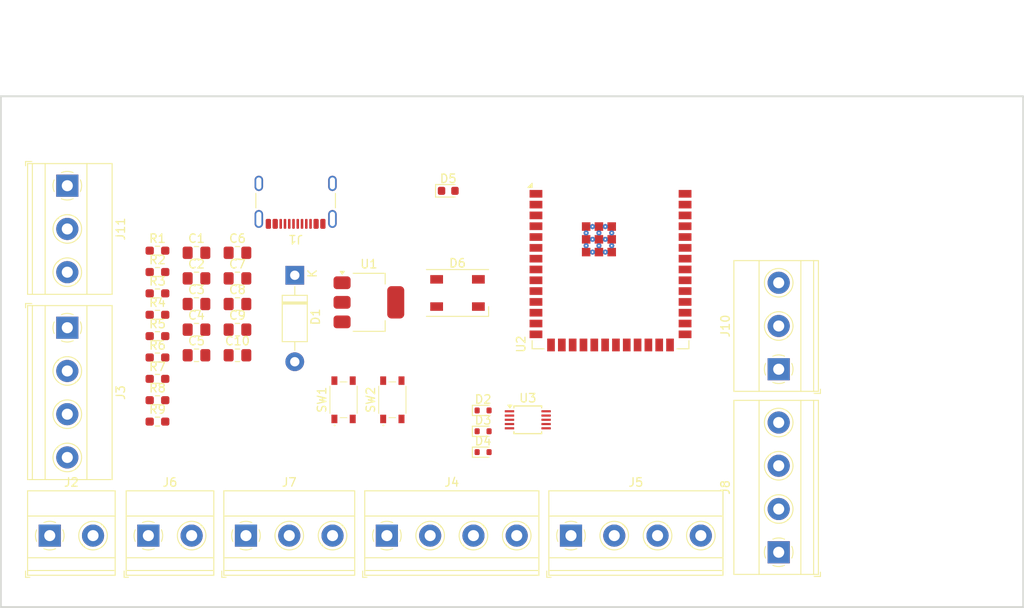
<source format=kicad_pcb>
(kicad_pcb (version 20240108) (generator "pcbnew") (generator_version "8.0")
  (layers (0 "F.Cu" signal) (31 "B.Cu" signal) (34 "B.Paste" user) (35 "F.Paste" user) (36 "B.SilkS" user "B.Silkscreen") (37 "F.SilkS" user "F.Silkscreen") (38 "B.Mask" user) (39 "F.Mask" user) (44 "Edge.Cuts" user))
  (net 0 "")
  (net 1 "VCC_5V")
  (net 2 "VCC_3V3")
  (net 3 "GPIO0")
  (net 4 "CHIP_PU")
  (net 5 "Net-(D1-A)")
  (net 6 "D-")
  (net 7 "D+")
  (net 8 "Net-(D5-A)")
  (net 10 "RGB")
  (net 11 "Net-(J1-CC2)")
  (net 12 "Net-(J1-CC1)")
  (net 16 "RAIN")
  (net 25 "GPIO10")
  (net 27 "GPIO9")
  (net 29 "GPIO8")
  (net 30 "SDA")
  (net 32 "GPIO7")
  (net 33 "Net-(J4-Pin_4)")
  (net 38 "SCL")
  (net 41 "SPEED")
  (net 44 "A2")
  (net 46 "A3")
  (net 47 "A1")
  (net 48 "A0")
  (net 53 "GND")
  (footprint "Capacitor_SMD:C_0805_2012Metric_Pad1.18x1.45mm_HandSolder" (layer "F.Cu") (at 128.4725 70.78)
    (property "Reference" "C6" (at 0 -1.68 0) (layer "F.SilkS"))
    (property "Value" "0u1F")
    (pad "1" smd roundrect (at -1.0375 0) (size 1.175 1.45) (layers "F.Cu" "F.Paste" "F.Mask") (roundrect_rratio 0.212766) (net 3 "GPIO0"))
    (pad "2" smd roundrect (at 1.0375 0) (size 1.175 1.45) (layers "F.Cu" "F.Paste" "F.Mask") (roundrect_rratio 0.212766) (net 53 "GND"))
  )
  (footprint "TerminalBlock_Phoenix:TerminalBlock_Phoenix_MKDS-1,5-4-5.08_1x04_P5.08mm_Horizontal" (layer "F.Cu") (at 192 105.96 90)
    (property "Reference" "J8" (at 7.62 -6.26 270) (layer "F.SilkS"))
    (property "Value" "I2C")
    (pad "1" thru_hole rect (at 0 0 90) (size 2.6 2.6) (drill 1.3) (layers "*.Cu" "*.Mask") (net 2 "VCC_3V3"))
    (pad "2" thru_hole circle (at 5.08 0 90) (size 2.6 2.6) (drill 1.3) (layers "*.Cu" "*.Mask") (net 53 "GND"))
    (pad "3" thru_hole circle (at 10.16 0 90) (size 2.6 2.6) (drill 1.3) (layers "*.Cu" "*.Mask") (net 30 "SDA"))
    (pad "4" thru_hole circle (at 15.24 0 90) (size 2.6 2.6) (drill 1.3) (layers "*.Cu" "*.Mask") (net 38 "SCL"))
  )
  (footprint "Resistor_SMD:R_0603_1608Metric_Pad0.98x0.95mm_HandSolder" (layer "F.Cu") (at 119.0825 83.08)
    (property "Reference" "R6" (at 0 -1.43 0) (layer "F.SilkS"))
    (property "Value" "10K")
    (pad "1" smd roundrect (at -0.9125 0) (size 0.975 0.95) (layers "F.Cu" "F.Paste" "F.Mask") (net 4 "CHIP_PU"))
    (pad "2" smd roundrect (at 0.9125 0) (size 0.975 0.95) (layers "F.Cu" "F.Paste" "F.Mask") (net 2 "VCC_3V3"))
  )
  (footprint "Resistor_SMD:R_0603_1608Metric_Pad0.98x0.95mm_HandSolder" (layer "F.Cu") (at 119.0825 78.06)
    (property "Reference" "R4" (at 0 -1.43 0) (layer "F.SilkS"))
    (property "Value" "10K")
    (pad "1" smd roundrect (at -0.9125 0) (size 0.975 0.95) (layers "F.Cu" "F.Paste" "F.Mask") (net 3 "GPIO0"))
    (pad "2" smd roundrect (at 0.9125 0) (size 0.975 0.95) (layers "F.Cu" "F.Paste" "F.Mask") (net 2 "VCC_3V3"))
  )
  (footprint "Resistor_SMD:R_0603_1608Metric_Pad0.98x0.95mm_HandSolder" (layer "F.Cu") (at 119.0825 90.61)
    (property "Reference" "R9" (at 0 -1.43 0) (layer "F.SilkS"))
    (property "Value" "470")
    (pad "1" smd roundrect (at -0.9125 0) (size 0.975 0.95) (layers "F.Cu" "F.Paste" "F.Mask") (net 53 "GND"))
    (pad "2" smd roundrect (at 0.9125 0) (size 0.975 0.95) (layers "F.Cu" "F.Paste" "F.Mask") (net 41 "SPEED"))
  )
  (footprint "Capacitor_SMD:C_0805_2012Metric_Pad1.18x1.45mm_HandSolder" (layer "F.Cu") (at 128.4725 82.82)
    (property "Reference" "C10" (at 0 -1.68 0) (layer "F.SilkS"))
    (property "Value" "0u1F")
    (pad "1" smd roundrect (at -1.0375 0) (size 1.175 1.45) (layers "F.Cu" "F.Paste" "F.Mask") (roundrect_rratio 0.212766) (net 53 "GND"))
    (pad "2" smd roundrect (at 1.0375 0) (size 1.175 1.45) (layers "F.Cu" "F.Paste" "F.Mask") (roundrect_rratio 0.212766) (net 2 "VCC_3V3"))
  )
  (footprint "Resistor_SMD:R_0603_1608Metric_Pad0.98x0.95mm_HandSolder" (layer "F.Cu") (at 119.0825 75.55)
    (property "Reference" "R3" (at 0 -1.43 0) (layer "F.SilkS"))
    (property "Value" "75")
    (pad "1" smd roundrect (at -0.9125 0) (size 0.975 0.95) (layers "F.Cu" "F.Paste" "F.Mask") (net 2 "VCC_3V3"))
    (pad "2" smd roundrect (at 0.9125 0) (size 0.975 0.95) (layers "F.Cu" "F.Paste" "F.Mask") (net 8 "Net-(D5-A)"))
  )
  (footprint "Capacitor_SMD:C_0805_2012Metric_Pad1.18x1.45mm_HandSolder" (layer "F.Cu") (at 123.6625 73.79)
    (property "Reference" "C2" (at 0 -1.68 0) (layer "F.SilkS"))
    (property "Value" "10uF")
    (pad "1" smd roundrect (at -1.0375 0) (size 1.175 1.45) (layers "F.Cu" "F.Paste" "F.Mask") (roundrect_rratio 0.212766) (net 1 "VCC_5V"))
    (pad "2" smd roundrect (at 1.0375 0) (size 1.175 1.45) (layers "F.Cu" "F.Paste" "F.Mask") (roundrect_rratio 0.212766) (net 53 "GND"))
  )
  (footprint "Diode_SMD:D_SOD-523" (layer "F.Cu") (at 157.305 94.2)
    (property "Reference" "D4" (at 0 -1.3 0) (layer "F.SilkS"))
    (property "Value" "LESD5D5.0CT1G" (hide yes))
    (pad "1" smd roundrect (at -0.7 0 180) (size 0.6 0.7) (layers "F.Cu" "F.Paste" "F.Mask") (net 53 "GND"))
    (pad "2" smd roundrect (at 0.7 0 180) (size 0.6 0.7) (layers "F.Cu" "F.Paste" "F.Mask") (net 7 "D+"))
  )
  (footprint "TerminalBlock_Phoenix:TerminalBlock_Phoenix_MKDS-1,5-4-5.08_1x04_P5.08mm_Horizontal" (layer "F.Cu") (at 167.62 104.005)
    (property "Reference" "J5" (at 7.62 -6.26 0) (layer "F.SilkS"))
    (property "Value" "BME680")
    (pad "1" thru_hole rect (at 0 0) (size 2.6 2.6) (drill 1.3) (layers "*.Cu" "*.Mask") (net 1 "VCC_5V"))
    (pad "2" thru_hole circle (at 5.08 0) (size 2.6 2.6) (drill 1.3) (layers "*.Cu" "*.Mask") (net 53 "GND"))
    (pad "3" thru_hole circle (at 10.16 0) (size 2.6 2.6) (drill 1.3) (layers "*.Cu" "*.Mask") (net 30 "SDA"))
    (pad "4" thru_hole circle (at 15.24 0) (size 2.6 2.6) (drill 1.3) (layers "*.Cu" "*.Mask") (net 38 "SCL"))
  )
  (footprint "TerminalBlock_Phoenix:TerminalBlock_Phoenix_MKDS-1,5-4-5.08_1x04_P5.08mm_Horizontal" (layer "F.Cu") (at 146.01125 104.005)
    (property "Reference" "J4" (at 7.62 -6.26 0) (layer "F.SilkS"))
    (property "Value" "Wind Speed/DIR")
    (pad "1" thru_hole rect (at 0 0) (size 2.6 2.6) (drill 1.3) (layers "*.Cu" "*.Mask") (net 1 "VCC_5V"))
    (pad "2" thru_hole circle (at 5.08 0) (size 2.6 2.6) (drill 1.3) (layers "*.Cu" "*.Mask") (net 53 "GND"))
    (pad "3" thru_hole circle (at 10.16 0) (size 2.6 2.6) (drill 1.3) (layers "*.Cu" "*.Mask") (net 44 "A2"))
    (pad "4" thru_hole circle (at 15.24 0) (size 2.6 2.6) (drill 1.3) (layers "*.Cu" "*.Mask") (net 33 "Net-(J4-Pin_4)"))
  )
  (footprint "RF_Module:ESP32-S3-WROOM-2" (layer "F.Cu") (at 172.26 69.11)
    (property "Reference" "U2" (at -10.5 13.5 90) (layer "F.SilkS") (effects (justify left)))
    (property "Value" "ESP32-S3-WROOM-2")
    (pad "1" smd rect (at -8.75 -5.26) (size 1.5 0.9) (layers "F.Cu" "F.Paste" "F.Mask") (net 53 "GND"))
    (pad "2" smd rect (at -8.75 -3.99) (size 1.5 0.9) (layers "F.Cu" "F.Paste" "F.Mask") (net 2 "VCC_3V3"))
    (pad "3" smd rect (at -8.75 -2.72) (size 1.5 0.9) (layers "F.Cu" "F.Paste" "F.Mask") (net 4 "CHIP_PU"))
    (pad "4" smd rect (at -8.75 -1.45) (size 1.5 0.9) (layers "F.Cu" "F.Paste" "F.Mask") (net 41 "SPEED"))
    (pad "5" smd rect (at -8.75 -0.18) (size 1.5 0.9) (layers "F.Cu" "F.Paste" "F.Mask") (net 16 "RAIN"))
    (pad "6" smd rect (at -8.75 1.09) (size 1.5 0.9) (layers "F.Cu" "F.Paste" "F.Mask") (net 10 "RGB"))
    (pad "7" smd rect (at -8.75 2.36) (size 1.5 0.9) (layers "F.Cu" "F.Paste" "F.Mask") (net 32 "GPIO7"))
    (pad "8" smd rect (at -8.75 3.63) (size 1.5 0.9) (layers "F.Cu" "F.Paste" "F.Mask"))
    (pad "9" smd rect (at -8.75 4.9) (size 1.5 0.9) (layers "F.Cu" "F.Paste" "F.Mask"))
    (pad "10" smd rect (at -8.75 6.17) (size 1.5 0.9) (layers "F.Cu" "F.Paste" "F.Mask"))
    (pad "11" smd rect (at -8.75 7.44) (size 1.5 0.9) (layers "F.Cu" "F.Paste" "F.Mask"))
    (pad "12" smd rect (at -8.75 8.71) (size 1.5 0.9) (layers "F.Cu" "F.Paste" "F.Mask") (net 29 "GPIO8"))
    (pad "13" smd rect (at -8.75 9.98) (size 1.5 0.9) (layers "F.Cu" "F.Paste" "F.Mask") (net 6 "D-"))
    (pad "14" smd rect (at -8.75 11.25) (size 1.5 0.9) (layers "F.Cu" "F.Paste" "F.Mask") (net 7 "D+"))
    (pad "15" smd rect (at -6.985 12.5 90) (size 1.5 0.9) (layers "F.Cu" "F.Paste" "F.Mask"))
    (pad "16" smd rect (at -5.715 12.5 90) (size 1.5 0.9) (layers "F.Cu" "F.Paste" "F.Mask"))
    (pad "17" smd rect (at -4.445 12.5 90) (size 1.5 0.9) (layers "F.Cu" "F.Paste" "F.Mask") (net 27 "GPIO9"))
    (pad "18" smd rect (at -3.175 12.5 90) (size 1.5 0.9) (layers "F.Cu" "F.Paste" "F.Mask") (net 25 "GPIO10"))
    (pad "19" smd rect (at -1.905 12.5 90) (size 1.5 0.9) (layers "F.Cu" "F.Paste" "F.Mask"))
    (pad "20" smd rect (at -0.635 12.5 90) (size 1.5 0.9) (layers "F.Cu" "F.Paste" "F.Mask"))
    (pad "21" smd rect (at 0.635 12.5 90) (size 1.5 0.9) (layers "F.Cu" "F.Paste" "F.Mask"))
    (pad "22" smd rect (at 1.905 12.5 90) (size 1.5 0.9) (layers "F.Cu" "F.Paste" "F.Mask"))
    (pad "23" smd rect (at 3.175 12.5 90) (size 1.5 0.9) (layers "F.Cu" "F.Paste" "F.Mask") (net 38 "SCL"))
    (pad "24" smd rect (at 4.445 12.5 90) (size 1.5 0.9) (layers "F.Cu" "F.Paste" "F.Mask"))
    (pad "25" smd rect (at 5.715 12.5 90) (size 1.5 0.9) (layers "F.Cu" "F.Paste" "F.Mask"))
    (pad "26" smd rect (at 6.985 12.5 90) (size 1.5 0.9) (layers "F.Cu" "F.Paste" "F.Mask"))
    (pad "27" smd rect (at 8.75 11.25) (size 1.5 0.9) (layers "F.Cu" "F.Paste" "F.Mask") (net 3 "GPIO0"))
    (pad "28" smd rect (at 8.75 9.98) (size 1.5 0.9) (layers "F.Cu" "F.Paste" "F.Mask"))
    (pad "29" smd rect (at 8.75 8.71) (size 1.5 0.9) (layers "F.Cu" "F.Paste" "F.Mask"))
    (pad "30" smd rect (at 8.75 7.44) (size 1.5 0.9) (layers "F.Cu" "F.Paste" "F.Mask"))
    (pad "31" smd rect (at 8.75 6.17) (size 1.5 0.9) (layers "F.Cu" "F.Paste" "F.Mask") (net 30 "SDA"))
    (pad "32" smd rect (at 8.75 4.9) (size 1.5 0.9) (layers "F.Cu" "F.Paste" "F.Mask"))
    (pad "33" smd rect (at 8.75 3.63) (size 1.5 0.9) (layers "F.Cu" "F.Paste" "F.Mask"))
    (pad "34" smd rect (at 8.75 2.36) (size 1.5 0.9) (layers "F.Cu" "F.Paste" "F.Mask"))
    (pad "35" smd rect (at 8.75 1.09) (size 1.5 0.9) (layers "F.Cu" "F.Paste" "F.Mask"))
    (pad "36" smd rect (at 8.75 -0.18) (size 1.5 0.9) (layers "F.Cu" "F.Paste" "F.Mask"))
    (pad "37" smd rect (at 8.75 -1.45) (size 1.5 0.9) (layers "F.Cu" "F.Paste" "F.Mask"))
    (pad "38" smd rect (at 8.75 -2.72) (size 1.5 0.9) (layers "F.Cu" "F.Paste" "F.Mask"))
    (pad "39" smd rect (at 8.75 -3.99) (size 1.5 0.9) (layers "F.Cu" "F.Paste" "F.Mask"))
    (pad "40" smd rect (at 8.75 -5.26) (size 1.5 0.9) (layers "F.Cu" "F.Paste" "F.Mask") (net 53 "GND"))
    (pad "41" smd rect (at -2.86 -1.41) (size 1 1) (layers "F.Cu" "F.Paste" "F.Mask") (net 53 "GND"))
    (pad "41" thru_hole circle (at -2.86 -0.66) (size 0.6 0.6) (drill 0.2) (layers "*.Cu" "*.Mask") (net 53 "GND"))
    (pad "41" smd rect (at -2.86 0.09) (size 1 1) (layers "F.Cu" "F.Paste" "F.Mask") (net 53 "GND"))
    (pad "41" thru_hole circle (at -2.86 0.84) (size 0.6 0.6) (drill 0.2) (layers "*.Cu" "*.Mask") (net 53 "GND"))
    (pad "41" smd rect (at -2.86 1.59) (size 1 1) (layers "F.Cu" "F.Paste" "F.Mask") (net 53 "GND"))
    (pad "41" thru_hole circle (at -2.11 -1.41) (size 0.6 0.6) (drill 0.2) (layers "*.Cu" "*.Mask") (net 53 "GND"))
    (pad "41" thru_hole circle (at -2.11 0.09) (size 0.6 0.6) (drill 0.2) (layers "*.Cu" "*.Mask") (net 53 "GND"))
    (pad "41" thru_hole circle (at -2.11 1.59) (size 0.6 0.6) (drill 0.2) (layers "*.Cu" "*.Mask") (net 53 "GND"))
    (pad "41" smd rect (at -1.36 -1.41) (size 1 1) (layers "F.Cu" "F.Paste" "F.Mask") (net 53 "GND"))
    (pad "41" thru_hole circle (at -1.36 -0.66) (size 0.6 0.6) (drill 0.2) (layers "*.Cu" "*.Mask") (net 53 "GND"))
    (pad "41" smd rect (at -1.36 0.09) (size 1 1) (layers "F.Cu" "F.Paste" "F.Mask") (net 53 "GND"))
    (pad "41" thru_hole circle (at -1.36 0.84) (size 0.6 0.6) (drill 0.2) (layers "*.Cu" "*.Mask") (net 53 "GND"))
    (pad "41" smd rect (at -1.36 1.59) (size 1 1) (layers "F.Cu" "F.Paste" "F.Mask") (net 53 "GND"))
    (pad "41" thru_hole circle (at -0.61 -1.41) (size 0.6 0.6) (drill 0.2) (layers "*.Cu" "*.Mask") (net 53 "GND"))
    (pad "41" thru_hole circle (at -0.61 0.09) (size 0.6 0.6) (drill 0.2) (layers "*.Cu" "*.Mask") (net 53 "GND"))
    (pad "41" thru_hole circle (at -0.61 1.59) (size 0.6 0.6) (drill 0.2) (layers "*.Cu" "*.Mask") (net 53 "GND"))
    (pad "41" smd rect (at 0.14 -1.41) (size 1 1) (layers "F.Cu" "F.Paste" "F.Mask") (net 53 "GND"))
    (pad "41" thru_hole circle (at 0.14 -0.66) (size 0.6 0.6) (drill 0.2) (layers "*.Cu" "*.Mask") (net 53 "GND"))
    (pad "41" smd rect (at 0.14 0.09) (size 1 1) (layers "F.Cu" "F.Paste" "F.Mask") (net 53 "GND"))
    (pad "41" thru_hole circle (at 0.14 0.84) (size 0.6 0.6) (drill 0.2) (layers "*.Cu" "*.Mask") (net 53 "GND"))
    (pad "41" smd rect (at 0.14 1.59) (size 1 1) (layers "F.Cu" "F.Paste" "F.Mask") (net 53 "GND"))
  )
  (footprint "TerminalBlock_Phoenix:TerminalBlock_Phoenix_MKDS-1,5-2-5.08_1x02_P5.08mm_Horizontal" (layer "F.Cu") (at 118.01375 104.005)
    (property "Reference" "J6" (at 2.54 -6.26 0) (layer "F.SilkS"))
    (property "Value" "Light Density")
    (pad "1" thru_hole rect (at 0 0) (size 2.6 2.6) (drill 1.3) (layers "*.Cu" "*.Mask") (net 48 "A0"))
    (pad "2" thru_hole circle (at 5.08 0) (size 2.6 2.6) (drill 1.3) (layers "*.Cu" "*.Mask") (net 53 "GND"))
  )
  (footprint "Diode_THT:D_DO-41_SOD81_P10.16mm_Horizontal" (layer "F.Cu") (at 135.2 73.42 -90)
    (property "Reference" "D1" (at 4.88 -2.44 90) (layer "F.SilkS"))
    (property "Value" "1N5819")
    (fp_text user "K" (at -0.2 -2.07 90) (layer "F.SilkS"))
    (pad "1" thru_hole rect (at 0 0 270) (size 2.2 2.2) (drill 1.1) (layers "*.Cu" "*.Mask") (net 1 "VCC_5V"))
    (pad "2" thru_hole oval (at 10.16 0 270) (size 2.2 2.2) (drill 1.1) (layers "*.Cu" "*.Mask") (net 5 "Net-(D1-A)"))
  )
  (footprint "Capacitor_SMD:C_0805_2012Metric_Pad1.18x1.45mm_HandSolder" (layer "F.Cu") (at 123.6625 79.81)
    (property "Reference" "C4" (at 0 -1.68 0) (layer "F.SilkS"))
    (property "Value" "10uF")
    (pad "1" smd roundrect (at -1.0375 0) (size 1.175 1.45) (layers "F.Cu" "F.Paste" "F.Mask") (roundrect_rratio 0.212766) (net 2 "VCC_3V3"))
    (pad "2" smd roundrect (at 1.0375 0) (size 1.175 1.45) (layers "F.Cu" "F.Paste" "F.Mask") (roundrect_rratio 0.212766) (net 53 "GND"))
  )
  (footprint "TerminalBlock_Phoenix:TerminalBlock_Phoenix_MKDS-1,5-2-5.08_1x02_P5.08mm_Horizontal" (layer "F.Cu") (at 106.44 104.005)
    (property "Reference" "J2" (at 2.54 -6.26 0) (layer "F.SilkS"))
    (property "Value" "Rain Guage")
    (pad "1" thru_hole rect (at 0 0) (size 2.6 2.6) (drill 1.3) (layers "*.Cu" "*.Mask") (net 16 "RAIN"))
    (pad "2" thru_hole circle (at 5.08 0) (size 2.6 2.6) (drill 1.3) (layers "*.Cu" "*.Mask") (net 53 "GND"))
  )
  (footprint "Resistor_SMD:R_0603_1608Metric_Pad0.98x0.95mm_HandSolder" (layer "F.Cu") (at 119.0825 85.59)
    (property "Reference" "R7" (at 0 -1.43 0) (layer "F.SilkS"))
    (property "Value" "604")
    (pad "1" smd roundrect (at -0.9125 0) (size 0.975 0.95) (layers "F.Cu" "F.Paste" "F.Mask") (net 53 "GND"))
    (pad "2" smd roundrect (at 0.9125 0) (size 0.975 0.95) (layers "F.Cu" "F.Paste" "F.Mask") (net 48 "A0"))
  )
  (footprint "Capacitor_SMD:C_0805_2012Metric_Pad1.18x1.45mm_HandSolder" (layer "F.Cu") (at 128.4725 76.8)
    (property "Reference" "C8" (at 0 -1.68 0) (layer "F.SilkS"))
    (property "Value" "1uF")
    (pad "1" smd roundrect (at -1.0375 0) (size 1.175 1.45) (layers "F.Cu" "F.Paste" "F.Mask") (roundrect_rratio 0.212766) (net 4 "CHIP_PU"))
    (pad "2" smd roundrect (at 1.0375 0) (size 1.175 1.45) (layers "F.Cu" "F.Paste" "F.Mask") (roundrect_rratio 0.212766) (net 53 "GND"))
  )
  (footprint "TerminalBlock_Phoenix:TerminalBlock_Phoenix_MKDS-1,5-3-5.08_1x03_P5.08mm_Horizontal" (layer "F.Cu") (at 108.5 62.9 -90)
    (property "Reference" "J11" (at 5.08 -6.26 90) (layer "F.SilkS"))
    (property "Value" "External Power")
    (pad "1" thru_hole rect (at 0 0 270) (size 2.6 2.6) (drill 1.3) (layers "*.Cu" "*.Mask") (net 2 "VCC_3V3"))
    (pad "2" thru_hole circle (at 5.08 0 270) (size 2.6 2.6) (drill 1.3) (layers "*.Cu" "*.Mask") (net 1 "VCC_5V"))
    (pad "3" thru_hole circle (at 10.16 0 270) (size 2.6 2.6) (drill 1.3) (layers "*.Cu" "*.Mask") (net 53 "GND"))
  )
  (footprint "Diode_SMD:D_SOD-523" (layer "F.Cu") (at 157.305 91.75)
    (property "Reference" "D3" (at 0 -1.3 0) (layer "F.SilkS"))
    (property "Value" "LESD5D5.0CT1G" (hide yes))
    (pad "1" smd roundrect (at -0.7 0 180) (size 0.6 0.7) (layers "F.Cu" "F.Paste" "F.Mask") (net 53 "GND"))
    (pad "2" smd roundrect (at 0.7 0 180) (size 0.6 0.7) (layers "F.Cu" "F.Paste" "F.Mask") (net 6 "D-"))
  )
  (footprint "Capacitor_SMD:C_0805_2012Metric_Pad1.18x1.45mm_HandSolder" (layer "F.Cu") (at 128.4725 79.81)
    (property "Reference" "C9" (at 0 -1.68 0) (layer "F.SilkS"))
    (property "Value" "10uF")
    (pad "1" smd roundrect (at -1.0375 0) (size 1.175 1.45) (layers "F.Cu" "F.Paste" "F.Mask") (roundrect_rratio 0.212766) (net 53 "GND"))
    (pad "2" smd roundrect (at 1.0375 0) (size 1.175 1.45) (layers "F.Cu" "F.Paste" "F.Mask") (roundrect_rratio 0.212766) (net 2 "VCC_3V3"))
  )
  (footprint "Resistor_SMD:R_0603_1608Metric_Pad0.98x0.95mm_HandSolder" (layer "F.Cu") (at 119.0825 80.57)
    (property "Reference" "R5" (at 0 -1.43 0) (layer "F.SilkS"))
    (property "Value" "10K")
    (pad "1" smd roundrect (at -0.9125 0) (size 0.975 0.95) (layers "F.Cu" "F.Paste" "F.Mask") (net 4 "CHIP_PU"))
    (pad "2" smd roundrect (at 0.9125 0) (size 0.975 0.95) (layers "F.Cu" "F.Paste" "F.Mask") (net 2 "VCC_3V3"))
  )
  (footprint "LED_SMD:LED_SK6812_PLCC4_5.0x5.0mm_P3.2mm" (layer "F.Cu") (at 154.3 75.5)
    (property "Reference" "D6" (at 0 -3.5 0) (layer "F.SilkS"))
    (property "Value" "SK6812")
    (pad "1" smd rect (at 2.45 1.6) (size 1.5 1) (layers "F.Cu" "F.Paste" "F.Mask") (net 53 "GND"))
    (pad "2" smd rect (at 2.45 -1.6) (size 1.5 1) (layers "F.Cu" "F.Paste" "F.Mask") (net 10 "RGB"))
    (pad "3" smd rect (at -2.45 -1.6) (size 1.5 1) (layers "F.Cu" "F.Paste" "F.Mask") (net 2 "VCC_3V3"))
    (pad "4" smd rect (at -2.45 1.6) (size 1.5 1) (layers "F.Cu" "F.Paste" "F.Mask"))
  )
  (footprint "Connector_USB:USB_C_Receptacle_GCT_USB4105-xx-A_16P_TopMnt_Horizontal" (layer "F.Cu") (at 135.3 63.7 180)
    (property "Reference" "J1" (at 0 -5.5 180) (layer "F.SilkS"))
    (property "Value" "USB_C_Receptacle_USB2.0_16P")
    (pad "" np_thru_hole circle (at -2.89 -2.605 180) (size 0.65 0.65) (drill 0.65) (layers "F&B.Cu" "*.Mask"))
    (pad "" np_thru_hole circle (at 2.89 -2.605 180) (size 0.65 0.65) (drill 0.65) (layers "F&B.Cu" "*.Mask"))
    (pad "A1" smd roundrect (at -3.2 -3.68 180) (size 0.6 1.15) (layers "F.Cu" "F.Paste" "F.Mask") (net 53 "GND"))
    (pad "A4" smd roundrect (at -2.4 -3.68 180) (size 0.6 1.15) (layers "F.Cu" "F.Paste" "F.Mask") (net 5 "Net-(D1-A)"))
    (pad "A5" smd roundrect (at -1.25 -3.68 180) (size 0.3 1.15) (layers "F.Cu" "F.Paste" "F.Mask") (net 12 "Net-(J1-CC1)"))
    (pad "A6" smd roundrect (at -0.25 -3.68 180) (size 0.3 1.15) (layers "F.Cu" "F.Paste" "F.Mask") (net 7 "D+"))
    (pad "A7" smd roundrect (at 0.25 -3.68 180) (size 0.3 1.15) (layers "F.Cu" "F.Paste" "F.Mask") (net 6 "D-"))
    (pad "A8" smd roundrect (at 1.25 -3.68 180) (size 0.3 1.15) (layers "F.Cu" "F.Paste" "F.Mask"))
    (pad "A9" smd roundrect (at 2.4 -3.68 180) (size 0.6 1.15) (layers "F.Cu" "F.Paste" "F.Mask") (net 5 "Net-(D1-A)"))
    (pad "A12" smd roundrect (at 3.2 -3.68 180) (size 0.6 1.15) (layers "F.Cu" "F.Paste" "F.Mask") (net 53 "GND"))
    (pad "B1" smd roundrect (at 3.2 -3.68 180) (size 0.6 1.15) (layers "F.Cu" "F.Paste" "F.Mask") (net 53 "GND"))
    (pad "B4" smd roundrect (at 2.4 -3.68 180) (size 0.6 1.15) (layers "F.Cu" "F.Paste" "F.Mask") (net 5 "Net-(D1-A)"))
    (pad "B5" smd roundrect (at 1.75 -3.68 180) (size 0.3 1.15) (layers "F.Cu" "F.Paste" "F.Mask") (net 11 "Net-(J1-CC2)"))
    (pad "B6" smd roundrect (at 0.75 -3.68 180) (size 0.3 1.15) (layers "F.Cu" "F.Paste" "F.Mask") (net 7 "D+"))
    (pad "B7" smd roundrect (at -0.75 -3.68 180) (size 0.3 1.15) (layers "F.Cu" "F.Paste" "F.Mask") (net 6 "D-"))
    (pad "B8" smd roundrect (at -1.75 -3.68 180) (size 0.3 1.15) (layers "F.Cu" "F.Paste" "F.Mask"))
    (pad "B9" smd roundrect (at -2.4 -3.68 180) (size 0.6 1.15) (layers "F.Cu" "F.Paste" "F.Mask") (net 5 "Net-(D1-A)"))
    (pad "B12" smd roundrect (at -3.2 -3.68 180) (size 0.6 1.15) (layers "F.Cu" "F.Paste" "F.Mask") (net 53 "GND"))
    (pad "S1" thru_hole oval (at -4.32 -3.105 180) (size 1 2.1) (drill oval 0.6 1.7) (layers "*.Cu" "*.Mask" "F.Paste") (net 53 "GND"))
    (pad "S1" thru_hole oval (at -4.32 1.075 180) (size 1 1.8) (drill oval 0.6 1.4) (layers "*.Cu" "*.Mask" "F.Paste") (net 53 "GND"))
    (pad "S1" thru_hole oval (at 4.32 -3.105 180) (size 1 2.1) (drill oval 0.6 1.7) (layers "*.Cu" "*.Mask" "F.Paste") (net 53 "GND"))
    (pad "S1" thru_hole oval (at 4.32 1.075 180) (size 1 1.8) (drill oval 0.6 1.4) (layers "*.Cu" "*.Mask" "F.Paste") (net 53 "GND"))
  )
  (footprint "TerminalBlock_Phoenix:TerminalBlock_Phoenix_MKDS-1,5-3-5.08_1x03_P5.08mm_Horizontal" (layer "F.Cu") (at 129.4725 104.005)
    (property "Reference" "J7" (at 5.08 -6.26 0) (layer "F.SilkS"))
    (property "Value" "Soil Mouisture")
    (pad "1" thru_hole rect (at 0 0) (size 2.6 2.6) (drill 1.3) (layers "*.Cu" "*.Mask") (net 1 "VCC_5V"))
    (pad "2" thru_hole circle (at 5.08 0) (size 2.6 2.6) (drill 1.3) (layers "*.Cu" "*.Mask") (net 53 "GND"))
    (pad "3" thru_hole circle (at 10.16 0) (size 2.6 2.6) (drill 1.3) (layers "*.Cu" "*.Mask") (net 47 "A1"))
  )
  (footprint "Package_TO_SOT_SMD:SOT-223-3_TabPin2" (layer "F.Cu") (at 143.9 76.6)
    (property "Reference" "U1" (at 0 -4.5 0) (layer "F.SilkS"))
    (property "Value" "AMS1117-3.3")
    (pad "1" smd roundrect (at -3.15 -2.3) (size 2 1.5) (layers "F.Cu" "F.Paste" "F.Mask") (net 53 "GND"))
    (pad "2" smd roundrect (at -3.15 0) (size 2 1.5) (layers "F.Cu" "F.Paste" "F.Mask") (net 2 "VCC_3V3"))
    (pad "2" smd roundrect (at 3.15 0) (size 2 3.8) (layers "F.Cu" "F.Paste" "F.Mask") (net 2 "VCC_3V3"))
    (pad "3" smd roundrect (at -3.15 2.3) (size 2 1.5) (layers "F.Cu" "F.Paste" "F.Mask") (net 1 "VCC_5V"))
  )
  (footprint "TerminalBlock_Phoenix:TerminalBlock_Phoenix_MKDS-1,5-4-5.08_1x04_P5.08mm_Horizontal" (layer "F.Cu") (at 108.5 79.5825 -90)
    (property "Reference" "J3" (at 7.62 -6.26 90) (layer "F.SilkS"))
    (property "Value" "GPIO")
    (pad "1" thru_hole rect (at 0 0 270) (size 2.6 2.6) (drill 1.3) (layers "*.Cu" "*.Mask") (net 25 "GPIO10"))
    (pad "2" thru_hole circle (at 5.08 0 270) (size 2.6 2.6) (drill 1.3) (layers "*.Cu" "*.Mask") (net 27 "GPIO9"))
    (pad "3" thru_hole circle (at 10.16 0 270) (size 2.6 2.6) (drill 1.3) (layers "*.Cu" "*.Mask") (net 29 "GPIO8"))
    (pad "4" thru_hole circle (at 15.24 0 270) (size 2.6 2.6) (drill 1.3) (layers "*.Cu" "*.Mask") (net 32 "GPIO7"))
  )
  (footprint "PTS815_SJG_250_SMTR_LFS:PTS815SJG250SMTRLFS" (layer "F.Cu") (at 146.65 88.05 90)
    (property "Reference" "SW2" (at 0 -2.54 270) (layer "F.SilkS"))
    (property "Value" "PTS810_SJM_250_SMTR_LFS" (hide yes))
    (pad "1" smd rect (at -2.25 -1.075 90) (size 1 0.7) (layers "F.Cu" "F.Paste" "F.Mask") (net 53 "GND"))
    (pad "2" smd rect (at 2.25 -1.075 90) (size 1 0.7) (layers "F.Cu" "F.Paste" "F.Mask") (net 53 "GND"))
    (pad "3" smd rect (at -2.25 1.075 90) (size 1 0.7) (layers "F.Cu" "F.Paste" "F.Mask") (net 4 "CHIP_PU"))
    (pad "4" smd rect (at 2.25 1.075 90) (size 1 0.7) (layers "F.Cu" "F.Paste" "F.Mask") (net 4 "CHIP_PU"))
  )
  (footprint "Resistor_SMD:R_0603_1608Metric_Pad0.98x0.95mm_HandSolder" (layer "F.Cu") (at 119.0825 73.04)
    (property "Reference" "R2" (at 0 -1.43 0) (layer "F.SilkS"))
    (property "Value" "5K1")
    (pad "1" smd roundrect (at -0.9125 0) (size 0.975 0.95) (layers "F.Cu" "F.Paste" "F.Mask") (net 11 "Net-(J1-CC2)"))
    (pad "2" smd roundrect (at 0.9125 0) (size 0.975 0.95) (layers "F.Cu" "F.Paste" "F.Mask") (net 53 "GND"))
  )
  (footprint "TerminalBlock_Phoenix:TerminalBlock_Phoenix_MKDS-1,5-3-5.08_1x03_P5.08mm_Horizontal" (layer "F.Cu") (at 192 84.46 90)
    (property "Reference" "J10" (at 5.08 -6.26 270) (layer "F.SilkS"))
    (property "Value" "A3 of ADC")
    (pad "1" thru_hole rect (at 0 0 90) (size 2.6 2.6) (drill 1.3) (layers "*.Cu" "*.Mask") (net 1 "VCC_5V"))
    (pad "2" thru_hole circle (at 5.08 0 90) (size 2.6 2.6) (drill 1.3) (layers "*.Cu" "*.Mask") (net 53 "GND"))
    (pad "3" thru_hole circle (at 10.16 0 90) (size 2.6 2.6) (drill 1.3) (layers "*.Cu" "*.Mask") (net 46 "A3"))
  )
  (footprint "Capacitor_SMD:C_0805_2012Metric_Pad1.18x1.45mm_HandSolder" (layer "F.Cu") (at 123.6625 82.82)
    (property "Reference" "C5" (at 0 -1.68 0) (layer "F.SilkS"))
    (property "Value" "0u1F")
    (pad "1" smd roundrect (at -1.0375 0) (size 1.175 1.45) (layers "F.Cu" "F.Paste" "F.Mask") (roundrect_rratio 0.212766) (net 2 "VCC_3V3"))
    (pad "2" smd roundrect (at 1.0375 0) (size 1.175 1.45) (layers "F.Cu" "F.Paste" "F.Mask") (roundrect_rratio 0.212766) (net 53 "GND"))
  )
  (footprint "Package_SO:TSSOP-10_3x3mm_P0.5mm" (layer "F.Cu") (at 162.55 90.4)
    (property "Reference" "U3" (at 0 -2.55 0) (layer "F.SilkS"))
    (property "Value" "ADS1015IDGS" (hide yes))
    (pad "1" smd rect (at -2.15 -1) (size 1.1 0.25) (layers "F.Cu" "F.Paste" "F.Mask") (net 53 "GND"))
    (pad "2" smd rect (at -2.15 -0.5) (size 1.1 0.25) (layers "F.Cu" "F.Paste" "F.Mask"))
    (pad "3" smd rect (at -2.15 0) (size 1.1 0.25) (layers "F.Cu" "F.Paste" "F.Mask") (net 53 "GND"))
    (pad "4" smd rect (at -2.15 0.5) (size 1.1 0.25) (layers "F.Cu" "F.Paste" "F.Mask") (net 48 "A0"))
    (pad "5" smd rect (at -2.15 1) (size 1.1 0.25) (layers "F.Cu" "F.Paste" "F.Mask") (net 47 "A1"))
    (pad "6" smd rect (at 2.15 1) (size 1.1 0.25) (layers "F.Cu" "F.Paste" "F.Mask") (net 44 "A2"))
    (pad "7" smd rect (at 2.15 0.5) (size 1.1 0.25) (layers "F.Cu" "F.Paste" "F.Mask") (net 46 "A3"))
    (pad "8" smd rect (at 2.15 0) (size 1.1 0.25) (layers "F.Cu" "F.Paste" "F.Mask") (net 2 "VCC_3V3"))
    (pad "9" smd rect (at 2.15 -0.5) (size 1.1 0.25) (layers "F.Cu" "F.Paste" "F.Mask") (net 30 "SDA"))
    (pad "10" smd rect (at 2.15 -1) (size 1.1 0.25) (layers "F.Cu" "F.Paste" "F.Mask") (net 38 "SCL"))
  )
  (footprint "Diode_SMD:D_SOD-523" (layer "F.Cu") (at 157.305 89.3)
    (property "Reference" "D2" (at 0 -1.3 0) (layer "F.SilkS"))
    (property "Value" "LESD5D5.0CT1G" (hide yes))
    (pad "1" smd roundrect (at -0.7 0 180) (size 0.6 0.7) (layers "F.Cu" "F.Paste" "F.Mask") (net 53 "GND"))
    (pad "2" smd roundrect (at 0.7 0 180) (size 0.6 0.7) (layers "F.Cu" "F.Paste" "F.Mask") (net 5 "Net-(D1-A)"))
  )
  (footprint "Capacitor_SMD:C_0805_2012Metric_Pad1.18x1.45mm_HandSolder" (layer "F.Cu") (at 128.4725 73.79)
    (property "Reference" "C7" (at 0 -1.68 0) (layer "F.SilkS"))
    (property "Value" "0u1F")
    (pad "1" smd roundrect (at -1.0375 0) (size 1.175 1.45) (layers "F.Cu" "F.Paste" "F.Mask") (roundrect_rratio 0.212766) (net 4 "CHIP_PU"))
    (pad "2" smd roundrect (at 1.0375 0) (size 1.175 1.45) (layers "F.Cu" "F.Paste" "F.Mask") (roundrect_rratio 0.212766) (net 53 "GND"))
  )
  (footprint "Resistor_SMD:R_0603_1608Metric_Pad0.98x0.95mm_HandSolder" (layer "F.Cu") (at 119.0825 70.53)
    (property "Reference" "R1" (at 0 -1.43 0) (layer "F.SilkS"))
    (property "Value" "5K1")
    (pad "1" smd roundrect (at -0.9125 0) (size 0.975 0.95) (layers "F.Cu" "F.Paste" "F.Mask") (net 12 "Net-(J1-CC1)"))
    (pad "2" smd roundrect (at 0.9125 0) (size 0.975 0.95) (layers "F.Cu" "F.Paste" "F.Mask") (net 53 "GND"))
  )
  (footprint "Capacitor_SMD:C_0805_2012Metric_Pad1.18x1.45mm_HandSolder" (layer "F.Cu") (at 123.6625 70.78)
    (property "Reference" "C1" (at 0 -1.68 0) (layer "F.SilkS"))
    (property "Value" "10uF")
    (pad "1" smd roundrect (at -1.0375 0) (size 1.175 1.45) (layers "F.Cu" "F.Paste" "F.Mask") (roundrect_rratio 0.212766) (net 1 "VCC_5V"))
    (pad "2" smd roundrect (at 1.0375 0) (size 1.175 1.45) (layers "F.Cu" "F.Paste" "F.Mask") (roundrect_rratio 0.212766) (net 53 "GND"))
  )
  (footprint "LED_SMD:LED_0603_1608Metric" (layer "F.Cu") (at 153.2125 63.5)
    (property "Reference" "D5" (at 0 -1.43 0) (layer "F.SilkS"))
    (property "Value" "PWERLED" (hide yes))
    (pad "1" smd roundrect (at -0.7875 0) (size 0.875 0.95) (layers "F.Cu" "F.Paste" "F.Mask") (net 53 "GND"))
    (pad "2" smd roundrect (at 0.7875 0) (size 0.875 0.95) (layers "F.Cu" "F.Paste" "F.Mask") (net 8 "Net-(D5-A)"))
  )
  (footprint "Resistor_SMD:R_0603_1608Metric_Pad0.98x0.95mm_HandSolder" (layer "F.Cu") (at 119.0825 88.1)
    (property "Reference" "R8" (at 0 -1.43 0) (layer "F.SilkS"))
    (property "Value" "220")
    (pad "1" smd roundrect (at -0.9125 0) (size 0.975 0.95) (layers "F.Cu" "F.Paste" "F.Mask") (net 41 "SPEED"))
    (pad "2" smd roundrect (at 0.9125 0) (size 0.975 0.95) (layers "F.Cu" "F.Paste" "F.Mask") (net 33 "Net-(J4-Pin_4)"))
  )
  (footprint "PTS815_SJG_250_SMTR_LFS:PTS815SJG250SMTRLFS" (layer "F.Cu") (at 140.925 88.05 90)
    (property "Reference" "SW1" (at 0 -2.54 270) (layer "F.SilkS"))
    (property "Value" "PTS810_SJM_250_SMTR_LFS" (hide yes))
    (pad "1" smd rect (at -2.25 -1.075 90) (size 1 0.7) (layers "F.Cu" "F.Paste" "F.Mask") (net 53 "GND"))
    (pad "2" smd rect (at 2.25 -1.075 90) (size 1 0.7) (layers "F.Cu" "F.Paste" "F.Mask") (net 53 "GND"))
    (pad "3" smd rect (at -2.25 1.075 90) (size 1 0.7) (layers "F.Cu" "F.Paste" "F.Mask") (net 3 "GPIO0"))
    (pad "4" smd rect (at 2.25 1.075 90) (size 1 0.7) (layers "F.Cu" "F.Paste" "F.Mask") (net 3 "GPIO0"))
  )
  (footprint "Capacitor_SMD:C_0805_2012Metric_Pad1.18x1.45mm_HandSolder" (layer "F.Cu") (at 123.6625 76.8)
    (property "Reference" "C3" (at 0 -1.68 0) (layer "F.SilkS"))
    (property "Value" "0u1F")
    (pad "1" smd roundrect (at -1.0375 0) (size 1.175 1.45) (layers "F.Cu" "F.Paste" "F.Mask") (roundrect_rratio 0.212766) (net 1 "VCC_5V"))
    (pad "2" smd roundrect (at 1.0375 0) (size 1.175 1.45) (layers "F.Cu" "F.Paste" "F.Mask") (roundrect_rratio 0.212766) (net 53 "GND"))
  )
  (gr_rect (start 100.7 52.4) (end 220.7 112.4) (stroke (width 0.2)) (fill none) (layer "Edge.Cuts"))
)
</source>
